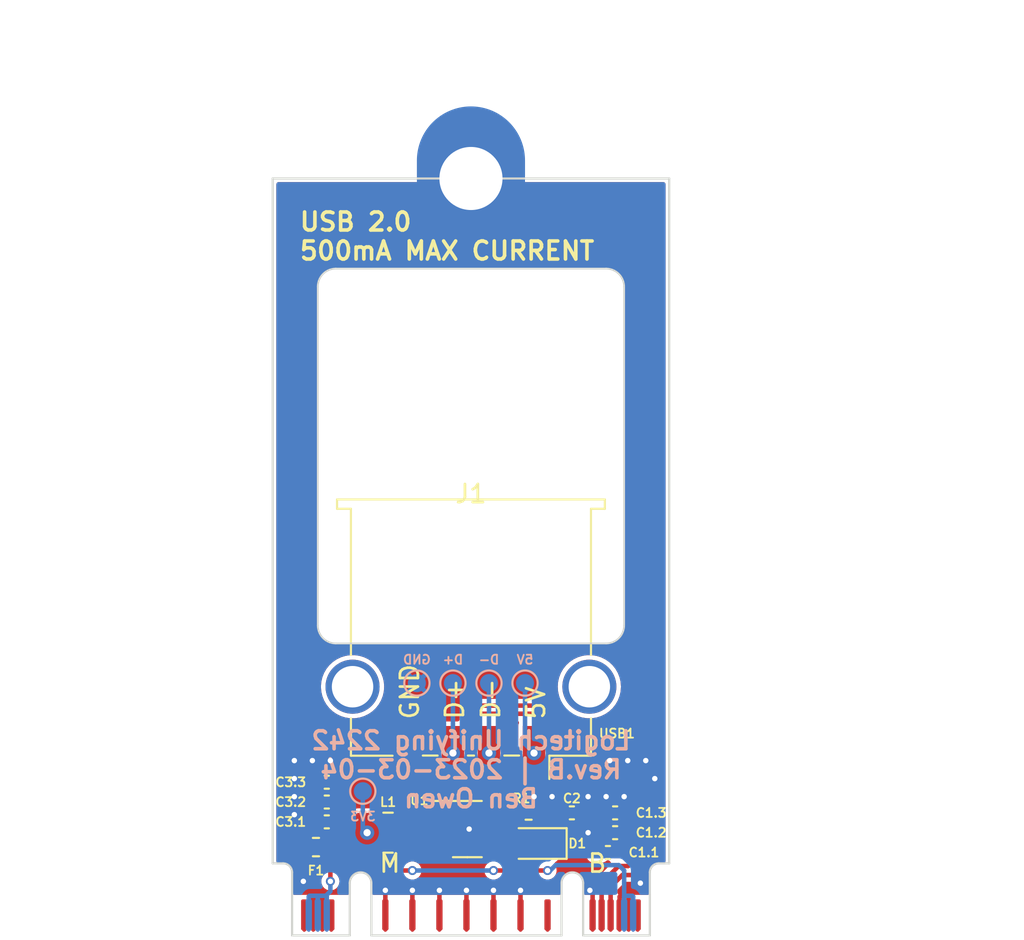
<source format=kicad_pcb>
(kicad_pcb (version 20240108) (generator "pcbnew") (generator_version "8.0")
  (title_block (title "Logitech Unifying 2242") (date "2023-03-04") (rev "B") (company "Ben's Universe") (comment 1 "Ben Owen"))
  (layers (0 "F.Cu" signal) (31 "B.Cu" signal) (34 "B.Paste" user) (35 "F.Paste" user) (36 "B.SilkS" user "B.Silkscreen") (37 "F.SilkS" user "F.Silkscreen") (38 "B.Mask" user) (39 "F.Mask" user) (44 "Edge.Cuts" user))
  (net 0 "")
  (net 1 "+5V")
  (net 2 "GND")
  (net 3 "/SNUBBER RC")
  (net 4 "+3V3")
  (net 5 "/BOOST IN")
  (net 6 "/USBD+")
  (net 7 "/USBD-")
  (net 14 "/3V3 PROT")
  (footprint "Package_TO_SOT_SMD:SOT-23-5" (layer "F.Cu") (at 138.4 115.3)
    (property "Reference" "U1" (at -2.6625 -1.6 180) (layer "F.SilkS") (effects (font (size 0.5 0.5) (thickness 0.1))))
    (property "Value" "TPS613222ADBV")
    (fp_line (start 0 -1.56) (end -1.8 -1.56) (stroke (width 0.12)) (layer "F.SilkS"))
    (fp_line (start 0 -1.56) (end 0.8 -1.56) (stroke (width 0.12)) (layer "F.SilkS"))
    (fp_line (start 0 1.56) (end -0.8 1.56) (stroke (width 0.12)) (layer "F.SilkS"))
    (fp_line (start 0 1.56) (end 0.8 1.56) (stroke (width 0.12)) (layer "F.SilkS"))
    (pad "1" smd roundrect (at -1.1375 -0.95) (size 1.325 0.6) (layers "F.Cu" "F.Paste" "F.Mask") (net 5 "/BOOST IN"))
    (pad "2" smd roundrect (at -1.1375 0) (size 1.325 0.6) (layers "F.Cu" "F.Paste" "F.Mask") (net 2 "GND"))
    (pad "3" smd roundrect (at -1.1375 0.95) (size 1.325 0.6) (layers "F.Cu" "F.Paste" "F.Mask"))
    (pad "4" smd roundrect (at 1.1375 0.95) (size 1.325 0.6) (layers "F.Cu" "F.Paste" "F.Mask") (net 1 "+5V"))
    (pad "5" smd roundrect (at 1.1375 -0.95) (size 1.325 0.6) (layers "F.Cu" "F.Paste" "F.Mask"))
  )
  (footprint "Capacitor_SMD:C_0402_1005Metric_Pad0.74x0.62mm_HandSolder" (layer "F.Cu") (at 144.2 114.4)
    (property "Reference" "C2" (at 0 -0.8 180) (layer "F.SilkS") (effects (font (size 0.5 0.5) (thickness 0.1) (bold yes))))
    (property "Value" "1000pF")
    (fp_line (start -0.115835 -0.36) (end 0.115835 -0.36) (stroke (width 0.12)) (layer "F.SilkS"))
    (fp_line (start -0.115835 0.36) (end 0.115835 0.36) (stroke (width 0.12)) (layer "F.SilkS"))
    (pad "1" smd roundrect (at -0.5675 0) (size 0.735 0.62) (layers "F.Cu" "F.Paste" "F.Mask") (net 3 "/SNUBBER RC"))
    (pad "2" smd roundrect (at 0.5675 0) (size 0.735 0.62) (layers "F.Cu" "F.Paste" "F.Mask") (net 1 "+5V"))
  )
  (footprint "Connector_USB:USB_A_TE_292303-7_Horizontal" (layer "F.Cu") (at 138.6 104.7 180)
    (property "Reference" "USB1" (at -8.1 -5.3 0) (layer "F.SilkS") (effects (font (size 0.5 0.5) (thickness 0.1) (bold yes))))
    (property "Value" "USB")
    (fp_line (start 7.43 7.69) (end 7.43 7.17) (stroke (width 0.12)) (layer "F.SilkS"))
    (fp_line (start 7.43 7.17) (end 6.66 7.17) (stroke (width 0.12)) (layer "F.SilkS"))
    (fp_line (start 6.66 -0.94) (end 6.66 7.17) (stroke (width 0.12)) (layer "F.SilkS"))
    (fp_line (start 6.66 -6.53) (end 6.66 -4.46) (stroke (width 0.12)) (layer "F.SilkS"))
    (fp_line (start 4.35 -6.53) (end 6.66 -6.53) (stroke (width 0.12)) (layer "F.SilkS"))
    (fp_line (start 1.85 -6.52) (end 2.67 -6.52) (stroke (width 0.12)) (layer "F.SilkS"))
    (fp_line (start -0.17 -6.52) (end 0.17 -6.52) (stroke (width 0.12)) (layer "F.SilkS"))
    (fp_line (start -2.67 -6.52) (end -1.85 -6.52) (stroke (width 0.12)) (layer "F.SilkS"))
    (fp_line (start -4.35 -7.82) (end -4.35 -6.53) (stroke (width 0.12)) (layer "F.SilkS"))
    (fp_line (start -6.66 7.17) (end -6.66 -0.94) (stroke (width 0.12)) (layer "F.SilkS"))
    (fp_line (start -6.66 7.17) (end -7.43 7.17) (stroke (width 0.12)) (layer "F.SilkS"))
    (fp_line (start -6.66 -6.53) (end -4.35 -6.53) (stroke (width 0.12)) (layer "F.SilkS"))
    (fp_line (start -6.66 -6.53) (end -6.66 -4.46) (stroke (width 0.12)) (layer "F.SilkS"))
    (fp_line (start -7.43 7.69) (end 7.43 7.69) (stroke (width 0.12)) (layer "F.SilkS"))
    (fp_line (start -7.43 7.17) (end -7.43 7.69) (stroke (width 0.12)) (layer "F.SilkS"))
    (pad "1" smd rect (at -3.5 -6.38 180) (size 1.25 3) (layers "F.Cu" "F.Paste" "F.Mask") (net 1 "+5V"))
    (pad "2" smd rect (at -1 -6.38 180) (size 1.25 3) (layers "F.Cu" "F.Paste" "F.Mask") (net 7 "/USBD-"))
    (pad "3" smd rect (at 1 -6.38 180) (size 1.25 3) (layers "F.Cu" "F.Paste" "F.Mask") (net 6 "/USBD+"))
    (pad "4" smd rect (at 3.5 -6.38 180) (size 1.25 3) (layers "F.Cu" "F.Paste" "F.Mask") (net 2 "GND"))
    (pad "5" thru_hole circle (at -6.57 -2.7 180) (size 3 3) (drill 2.3) (layers "*.Cu" "*.Mask"))
    (pad "5" thru_hole circle (at 6.57 -2.7 180) (size 3 3) (drill 2.3) (layers "*.Cu" "*.Mask"))
  )
  (footprint "Fuse:Fuse_0603_1608Metric_Pad1.05x0.95mm_HandSolder" (layer "F.Cu") (at 130 116.3)
    (property "Reference" "F1" (at 0 1.3 0) (layer "F.SilkS") (effects (font (size 0.5 0.5) (thickness 0.1) (bold yes))))
    (property "Value" "500mA")
    (fp_line (start -0.171267 -0.51) (end 0.171267 -0.51) (stroke (width 0.12)) (layer "F.SilkS"))
    (fp_line (start -0.171267 0.51) (end 0.171267 0.51) (stroke (width 0.12)) (layer "F.SilkS"))
    (pad "1" smd roundrect (at -0.875 0) (size 1.05 0.95) (layers "F.Cu" "F.Paste" "F.Mask") (net 4 "+3V3"))
    (pad "2" smd roundrect (at 0.875 0) (size 1.05 0.95) (layers "F.Cu" "F.Paste" "F.Mask") (net 14 "/3V3 PROT"))
  )
  (footprint "Capacitor_SMD:C_0402_1005Metric_Pad0.74x0.62mm_HandSolder" (layer "F.Cu") (at 130.6 112.7 180)
    (property "Reference" "C3.3" (at 2 0 180) (layer "F.SilkS") (effects (font (size 0.5 0.5) (thickness 0.1) (bold yes))))
    (property "Value" "22uF")
    (fp_line (start -0.115835 0.36) (end 0.115835 0.36) (stroke (width 0.12)) (layer "F.SilkS"))
    (fp_line (start -0.115835 -0.36) (end 0.115835 -0.36) (stroke (width 0.12)) (layer "F.SilkS"))
    (pad "1" smd roundrect (at -0.5675 0 180) (size 0.735 0.62) (layers "F.Cu" "F.Paste" "F.Mask") (net 14 "/3V3 PROT"))
    (pad "2" smd roundrect (at 0.5675 0 180) (size 0.735 0.62) (layers "F.Cu" "F.Paste" "F.Mask") (net 2 "GND"))
  )
  (footprint "Inductor_SMD:L_1008_2520Metric_Pad1.43x2.20mm_HandSolder" (layer "F.Cu") (at 134 115.5)
    (property "Reference" "L1" (at 0 -1.7 180) (layer "F.SilkS") (effects (font (size 0.5 0.5) (thickness 0.1))))
    (property "Value" "2.2uH")
    (fp_line (start -0.261252 -1.11) (end 0.261252 -1.11) (stroke (width 0.12)) (layer "F.SilkS"))
    (fp_line (start -0.261252 1.11) (end 0.261252 1.11) (stroke (width 0.12)) (layer "F.SilkS"))
    (pad "1" smd roundrect (at -1.1625 0) (size 1.425 2.2) (layers "F.Cu" "F.Paste" "F.Mask") (roundrect_rratio 0.1754392982) (net 14 "/3V3 PROT"))
    (pad "2" smd roundrect (at 1.1625 0) (size 1.425 2.2) (layers "F.Cu" "F.Paste" "F.Mask") (roundrect_rratio 0.1754392982) (net 5 "/BOOST IN"))
  )
  (footprint "Capacitor_SMD:C_0402_1005Metric_Pad0.74x0.62mm_HandSolder" (layer "F.Cu") (at 146.6 115.5)
    (property "Reference" "C1.2" (at 2 0 0) (layer "F.SilkS") (effects (font (size 0.5 0.5) (thickness 0.1) (bold yes))))
    (property "Value" "10uF")
    (fp_line (start -0.115835 -0.36) (end 0.115835 -0.36) (stroke (width 0.12)) (layer "F.SilkS"))
    (fp_line (start -0.115835 0.36) (end 0.115835 0.36) (stroke (width 0.12)) (layer "F.SilkS"))
    (pad "1" smd roundrect (at -0.5675 0) (size 0.735 0.62) (layers "F.Cu" "F.Paste" "F.Mask") (net 1 "+5V"))
    (pad "2" smd roundrect (at 0.5675 0) (size 0.735 0.62) (layers "F.Cu" "F.Paste" "F.Mask") (net 2 "GND"))
  )
  (footprint "Capacitor_SMD:C_0402_1005Metric_Pad0.74x0.62mm_HandSolder" (layer "F.Cu") (at 146.2 116.6)
    (property "Reference" "C1.1" (at 2 0 0) (layer "F.SilkS") (effects (font (size 0.5 0.5) (thickness 0.1) (bold yes))))
    (property "Value" "10uF")
    (fp_line (start -0.115835 -0.36) (end 0.115835 -0.36) (stroke (width 0.12)) (layer "F.SilkS"))
    (fp_line (start -0.115835 0.36) (end 0.115835 0.36) (stroke (width 0.12)) (layer "F.SilkS"))
    (pad "1" smd roundrect (at -0.5675 0) (size 0.735 0.62) (layers "F.Cu" "F.Paste" "F.Mask") (net 1 "+5V"))
    (pad "2" smd roundrect (at 0.5675 0) (size 0.735 0.62) (layers "F.Cu" "F.Paste" "F.Mask") (net 2 "GND"))
  )
  (footprint "Generic_Custom:M.2-2242-B+M-KEY_USB-ONLY" (layer "F.Cu") (at 138.6 121.2)
    (property "Reference" "J1" (at 0 -24.5 0) (layer "F.SilkS"))
    (property "Value" "Bus_M.2_Socket_B")
    (fp_line (start -11 -4) (end -11 -42) (stroke (width 0.12)) (layer "Edge.Cuts"))
    (fp_line (start -10.425 -4) (end -11 -4) (stroke (width 0.12)) (layer "Edge.Cuts"))
    (fp_line (start -9.925 -3.5) (end -9.925 0) (stroke (width 0.12)) (layer "Edge.Cuts"))
    (fp_line (start -9.925 0) (end -6.725 0) (stroke (width 0.12)) (layer "Edge.Cuts"))
    (fp_line (start -6.725 0) (end -6.725 -2.9) (stroke (width 0.12)) (layer "Edge.Cuts"))
    (fp_line (start -5.525 -2.9) (end -5.525 0) (stroke (width 0.12)) (layer "Edge.Cuts"))
    (fp_line (start -5.525 0) (end 5.025 0) (stroke (width 0.12)) (layer "Edge.Cuts"))
    (fp_line (start 5.025 0) (end 5.025 -2.9) (stroke (width 0.12)) (layer "Edge.Cuts"))
    (fp_line (start 6.225 -2.9) (end 6.225 0) (stroke (width 0.12)) (layer "Edge.Cuts"))
    (fp_line (start 6.225 0) (end 9.925 0) (stroke (width 0.12)) (layer "Edge.Cuts"))
    (fp_line (start 9.925 0) (end 9.925 -3.5) (stroke (width 0.12)) (layer "Edge.Cuts"))
    (fp_line (start 10.425 -4) (end 11 -4) (stroke (width 0.12)) (layer "Edge.Cuts"))
    (fp_line (start 11 -42) (end -11 -42) (stroke (width 0.12)) (layer "Edge.Cuts"))
    (fp_line (start 11 -4) (end 11 -42) (stroke (width 0.12)) (layer "Edge.Cuts"))
    (fp_arc (start -10.425 -4) (mid -10.071447 -3.853553) (end -9.925 -3.5) (stroke (width 0.12)) (layer "Edge.Cuts"))
    (fp_arc (start -6.725 -2.9) (mid -6.125 -3.5) (end -5.525 -2.9) (stroke (width 0.12)) (layer "Edge.Cuts"))
    (fp_arc (start 5.025 -2.9) (mid 5.625 -3.5) (end 6.225 -2.9) (stroke (width 0.12)) (layer "Edge.Cuts"))
    (fp_arc (start 9.925 -3.5) (mid 10.071447 -3.853553) (end 10.425 -4) (stroke (width 0.12)) (layer "Edge.Cuts"))
    (fp_text user "M" (at -4.5 -4 0) (layer "F.SilkS"))
    (fp_text user "B" (at 7 -4 0) (layer "F.SilkS"))
    (pad "1" smd roundrect (at 9.25 -1.1) (size 0.35 1.8) (layers "F.Cu" "F.Paste" "F.Mask") (chamfer_ratio 0.4) (chamfer bottom_left bottom_right) (clearance 0.075))
    (pad "2" smd roundrect (at 9 -1.1) (size 0.35 1.8) (layers "B.Cu" "B.Paste" "B.Mask") (chamfer_ratio 0.4) (chamfer bottom_left bottom_right) (net 4 "+3V3") (clearance 0.075))
    (pad "3" thru_hole circle (at 0 -42) (size 5.5 5.5) (drill 3.5) (layers "*.Cu" "*.Mask") (net 2 "GND"))
    (pad "3" connect oval (at 0 -42) (size 6 8) (layers "B.Cu" "B.Mask") (net 2 "GND"))
    (pad "3" smd roundrect (at 8.75 -1.1) (size 0.35 1.8) (layers "F.Cu" "F.Paste" "F.Mask") (chamfer_ratio 0.4) (chamfer bottom_left bottom_right) (net 2 "GND") (clearance 0.075))
    (pad "4" smd roundrect (at 8.5 -1.1) (size 0.35 1.8) (layers "B.Cu" "B.Paste" "B.Mask") (chamfer_ratio 0.4) (chamfer bottom_left bottom_right) (net 4 "+3V3") (clearance 0.075))
    (pad "5" smd roundrect (at 8.25 -1.1) (size 0.35 1.8) (layers "F.Cu" "F.Paste" "F.Mask") (chamfer_ratio 0.4) (chamfer bottom_left bottom_right) (net 2 "GND") (clearance 0.075))
    (pad "7" smd roundrect (at 7.75 -1.1) (size 0.35 1.8) (layers "F.Cu" "F.Paste" "F.Mask") (chamfer_ratio 0.4) (chamfer bottom_left bottom_right) (net 6 "/USBD+") (clearance 0.075))
    (pad "9" smd roundrect (at 7.25 -1.1) (size 0.35 1.8) (layers "F.Cu" "F.Paste" "F.Mask") (chamfer_ratio 0.4) (chamfer bottom_left bottom_right) (net 7 "/USBD-") (clearance 0.075))
    (pad "11" smd roundrect (at 6.75 -1.1) (size 0.35 1.8) (layers "F.Cu" "F.Paste" "F.Mask") (chamfer_ratio 0.4) (chamfer bottom_left bottom_right) (net 2 "GND") (clearance 0.075))
    (pad "21" smd roundrect (at 4.25 -1.1) (size 0.35 1.8) (layers "F.Cu" "F.Paste" "F.Mask") (chamfer_ratio 0.4) (chamfer bottom_left bottom_right) (clearance 0.075))
    (pad "27" smd roundrect (at 2.75 -1.1) (size 0.35 1.8) (layers "F.Cu" "F.Paste" "F.Mask") (chamfer_ratio 0.4) (chamfer bottom_left bottom_right) (net 2 "GND") (clearance 0.075))
    (pad "33" smd roundrect (at 1.25 -1.1) (size 0.35 1.8) (layers "F.Cu" "F.Paste" "F.Mask") (chamfer_ratio 0.4) (chamfer bottom_left bottom_right) (net 2 "GND") (clearance 0.075))
    (pad "39" smd roundrect (at -0.25 -1.1) (size 0.35 1.8) (layers "F.Cu" "F.Paste" "F.Mask") (chamfer_ratio 0.4) (chamfer bottom_left bottom_right) (net 2 "GND") (clearance 0.075))
    (pad "45" smd roundrect (at -1.75 -1.1) (size 0.35 1.8) (layers "F.Cu" "F.Paste" "F.Mask") (chamfer_ratio 0.4) (chamfer bottom_left bottom_right) (net 2 "GND") (clearance 0.075))
    (pad "51" smd roundrect (at -3.25 -1.1) (size 0.35 1.8) (layers "F.Cu" "F.Paste" "F.Mask") (chamfer_ratio 0.4) (chamfer bottom_left bottom_right) (net 2 "GND") (clearance 0.075))
    (pad "57" smd roundrect (at -4.75 -1.1) (size 0.35 1.8) (layers "F.Cu" "F.Paste" "F.Mask") (chamfer_ratio 0.4) (chamfer bottom_left bottom_right) (net 2 "GND") (clearance 0.075))
    (pad "69" smd roundrect (at -7.75 -1.1) (size 0.35 1.8) (layers "F.Cu" "F.Paste" "F.Mask") (chamfer_ratio 0.4) (chamfer bottom_left bottom_right) (clearance 0.075))
    (pad "70" smd roundrect (at -8 -1.1) (size 0.35 1.8) (layers "B.Cu" "B.Paste" "B.Mask") (chamfer_ratio 0.4) (chamfer bottom_left bottom_right) (net 4 "+3V3") (clearance 0.075))
    (pad "71" smd roundrect (at -8.25 -1.1) (size 0.35 1.8) (layers "F.Cu" "F.Paste" "F.Mask") (chamfer_ratio 0.4) (chamfer bottom_left bottom_right) (net 2 "GND") (clearance 0.075))
    (pad "72" smd roundrect (at -8.5 -1.1) (size 0.35 1.8) (layers "B.Cu" "B.Paste" "B.Mask") (chamfer_ratio 0.4) (chamfer bottom_left bottom_right) (net 4 "+3V3") (clearance 0.075))
    (pad "73" smd roundrect (at -8.75 -1.1) (size 0.35 1.8) (layers "F.Cu" "F.Paste" "F.Mask") (chamfer_ratio 0.4) (chamfer bottom_left bottom_right) (net 2 "GND") (clearance 0.075))
    (pad "74" smd roundrect (at -9 -1.1) (size 0.35 1.8) (layers "B.Cu" "B.Paste" "B.Mask") (chamfer_ratio 0.4) (chamfer bottom_left bottom_right) (net 4 "+3V3") (clearance 0.075))
    (pad "75" smd roundrect (at -9.25 -1.1) (size 0.35 1.8) (layers "F.Cu" "F.Paste" "F.Mask") (chamfer_ratio 0.4) (chamfer bottom_left bottom_right) (clearance 0.075))
    (zone (net 0) (net_name "") (layers "F&B.Cu") (connect_pads (clearance 0)) (min_thickness 0.25)
      (keepout (tracks allowed) (vias allowed) (pads allowed) (copperpour not_allowed) (footprints allowed))
      (fill (thermal_gap 0.5) (thermal_bridge_width 0.5))
      (polygon (pts (xy 128.6 118.95) (xy 148.6 118.95) (xy 148.6 121.2) (xy 128.6 121.2)))
    )
  )
  (footprint "Capacitor_SMD:C_0402_1005Metric_Pad0.74x0.62mm_HandSolder" (layer "F.Cu") (at 130.6 114.9 180)
    (property "Reference" "C3.1" (at 2 0 180) (layer "F.SilkS") (effects (font (size 0.5 0.5) (thickness 0.1) (bold yes))))
    (property "Value" "100nF")
    (fp_line (start -0.115835 0.36) (end 0.115835 0.36) (stroke (width 0.12)) (layer "F.SilkS"))
    (fp_line (start -0.115835 -0.36) (end 0.115835 -0.36) (stroke (width 0.12)) (layer "F.SilkS"))
    (pad "1" smd roundrect (at -0.5675 0 180) (size 0.735 0.62) (layers "F.Cu" "F.Paste" "F.Mask") (net 14 "/3V3 PROT"))
    (pad "2" smd roundrect (at 0.5675 0 180) (size 0.735 0.62) (layers "F.Cu" "F.Paste" "F.Mask") (net 2 "GND"))
  )
  (footprint "Capacitor_SMD:C_0402_1005Metric_Pad0.74x0.62mm_HandSolder" (layer "F.Cu") (at 130.6 113.8 180)
    (property "Reference" "C3.2" (at 2 0 180) (layer "F.SilkS") (effects (font (size 0.5 0.5) (thickness 0.1) (bold yes))))
    (property "Value" "10uF")
    (fp_line (start -0.115835 0.36) (end 0.115835 0.36) (stroke (width 0.12)) (layer "F.SilkS"))
    (fp_line (start -0.115835 -0.36) (end 0.115835 -0.36) (stroke (width 0.12)) (layer "F.SilkS"))
    (pad "1" smd roundrect (at -0.5675 0 180) (size 0.735 0.62) (layers "F.Cu" "F.Paste" "F.Mask") (net 14 "/3V3 PROT"))
    (pad "2" smd roundrect (at 0.5675 0 180) (size 0.735 0.62) (layers "F.Cu" "F.Paste" "F.Mask") (net 2 "GND"))
  )
  (footprint "Diode_SMD:D_SOD-323" (layer "F.Cu") (at 142.3 116.1 180)
    (property "Reference" "D1" (at -2.2 0 0) (layer "F.SilkS") (effects (font (size 0.5 0.5) (thickness 0.1) (bold yes))))
    (property "Value" "D_Schottky")
    (fp_line (start -1.61 0.85) (end 1.05 0.85) (stroke (width 0.12)) (layer "F.SilkS"))
    (fp_line (start -1.61 -0.85) (end 1.05 -0.85) (stroke (width 0.12)) (layer "F.SilkS"))
    (fp_line (start -1.61 -0.85) (end -1.61 0.85) (stroke (width 0.12)) (layer "F.SilkS"))
    (pad "1" smd roundrect (at -1.05 0 180) (size 0.6 0.45) (layers "F.Cu" "F.Paste" "F.Mask") (net 1 "+5V"))
    (pad "2" smd roundrect (at 1.05 0 180) (size 0.6 0.45) (layers "F.Cu" "F.Paste" "F.Mask") (net 5 "/BOOST IN"))
  )
  (footprint "Resistor_SMD:R_0402_1005Metric_Pad0.72x0.64mm_HandSolder" (layer "F.Cu") (at 141.8 114.4)
    (property "Reference" "R1" (at -0.4 -0.8 180) (layer "F.SilkS") (effects (font (size 0.5 0.5) (thickness 0.1) (bold yes))))
    (property "Value" "5")
    (fp_line (start -0.167621 -0.38) (end 0.167621 -0.38) (stroke (width 0.12)) (layer "F.SilkS"))
    (fp_line (start -0.167621 0.38) (end 0.167621 0.38) (stroke (width 0.12)) (layer "F.SilkS"))
    (pad "1" smd roundrect (at -0.5975 0) (size 0.715 0.64) (layers "F.Cu" "F.Paste" "F.Mask") (net 5 "/BOOST IN"))
    (pad "2" smd roundrect (at 0.5975 0) (size 0.715 0.64) (layers "F.Cu" "F.Paste" "F.Mask") (net 3 "/SNUBBER RC"))
  )
  (footprint "Capacitor_SMD:C_0402_1005Metric_Pad0.74x0.62mm_HandSolder" (layer "F.Cu") (at 146.6 114.4)
    (property "Reference" "C1.3" (at 2 0 0) (layer "F.SilkS") (effects (font (size 0.5 0.5) (thickness 0.1) (bold yes))))
    (property "Value" "10uF")
    (fp_line (start -0.115835 -0.36) (end 0.115835 -0.36) (stroke (width 0.12)) (layer "F.SilkS"))
    (fp_line (start -0.115835 0.36) (end 0.115835 0.36) (stroke (width 0.12)) (layer "F.SilkS"))
    (pad "1" smd roundrect (at -0.5675 0) (size 0.735 0.62) (layers "F.Cu" "F.Paste" "F.Mask") (net 1 "+5V"))
    (pad "2" smd roundrect (at 0.5675 0) (size 0.735 0.62) (layers "F.Cu" "F.Paste" "F.Mask") (net 2 "GND"))
  )
  (footprint "TestPoint:TestPoint_Pad_D1.0mm" (layer "B.Cu") (at 132.6 113.2 180)
    (property "Reference" "TP2" (hide yes))
    (property "Value" "3V3")
    (fp_circle (center 0 0) (end 0 -0.7) (stroke (width 0.12)) (fill none) (layer "B.SilkS"))
    (fp_text user "3V3" (at 0 -1.4 0) (layer "B.SilkS") (effects (font (size 0.5 0.5) (thickness 0.1)) (justify mirror)))
    (pad "1" smd circle (at 0 0 180) (size 1 1) (layers "B.Cu" "B.Mask") (net 14 "/3V3 PROT"))
  )
  (footprint "TestPoint:TestPoint_Pad_D1.0mm" (layer "B.Cu") (at 137.6 107.2 180)
    (property "Reference" "TP4" (hide yes))
    (property "Value" "D+")
    (fp_circle (center 0 0) (end 0 -0.7) (stroke (width 0.12)) (fill none) (layer "B.SilkS"))
    (fp_text user "D+" (at 0 1.3 0) (layer "B.SilkS") (effects (font (size 0.5 0.5) (thickness 0.1)) (justify mirror)))
    (pad "1" smd circle (at 0 0 180) (size 1 1) (layers "B.Cu" "B.Mask") (net 6 "/USBD+"))
  )
  (footprint "TestPoint:TestPoint_Pad_D1.0mm" (layer "B.Cu") (at 139.6 107.2 180)
    (property "Reference" "TP5" (hide yes))
    (property "Value" "D-")
    (fp_circle (center 0 0) (end 0 -0.7) (stroke (width 0.12)) (fill none) (layer "B.SilkS"))
    (fp_text user "D-" (at 0 1.3 0) (layer "B.SilkS") (effects (font (size 0.5 0.5) (thickness 0.1)) (justify mirror)))
    (pad "1" smd circle (at 0 0 180) (size 1 1) (layers "B.Cu" "B.Mask") (net 7 "/USBD-"))
  )
  (footprint "TestPoint:TestPoint_Pad_D1.0mm" (layer "B.Cu") (at 135.6 107.2 180)
    (property "Reference" "TP1" (hide yes))
    (property "Value" "GND")
    (fp_circle (center 0 0) (end 0 -0.7) (stroke (width 0.12)) (fill none) (layer "B.SilkS"))
    (fp_text user "GND" (at 0 1.3 0) (layer "B.SilkS") (effects (font (size 0.5 0.5) (thickness 0.1)) (justify mirror)))
    (pad "1" smd circle (at 0 0 180) (size 1 1) (layers "B.Cu" "B.Mask") (net 2 "GND"))
  )
  (footprint "TestPoint:TestPoint_Pad_D1.0mm" (layer "B.Cu") (at 141.6 107.2 180)
    (property "Reference" "TP3" (hide yes))
    (property "Value" "5V")
    (fp_circle (center 0 0) (end 0 -0.7) (stroke (width 0.12)) (fill none) (layer "B.SilkS"))
    (fp_text user "5V" (at 0 1.3 0) (layer "B.SilkS") (effects (font (size 0.5 0.5) (thickness 0.1)) (justify mirror)))
    (pad "1" smd circle (at 0 0 180) (size 1 1) (layers "B.Cu" "B.Mask") (net 1 "+5V"))
  )
  (gr_line (start 130.1 104) (end 130.1 85.2) (stroke (width 0.1)) (layer "Edge.Cuts"))
  (gr_arc (start 147.1 104) (mid 146.807107 104.707107) (end 146.1 105) (stroke (width 0.1)) (layer "Edge.Cuts"))
  (gr_line (start 146.1 105) (end 131.1 105) (stroke (width 0.1)) (layer "Edge.Cuts"))
  (gr_line (start 131.1 84.2) (end 146.1 84.2) (stroke (width 0.1)) (layer "Edge.Cuts"))
  (gr_arc (start 130.1 85.2) (mid 130.392893 84.492893) (end 131.1 84.2) (stroke (width 0.1)) (layer "Edge.Cuts"))
  (gr_arc (start 131.1 105) (mid 130.392893 104.707107) (end 130.1 104) (stroke (width 0.1)) (layer "Edge.Cuts"))
  (gr_arc (start 146.1 84.2) (mid 146.807107 84.492893) (end 147.1 85.2) (stroke (width 0.1)) (layer "Edge.Cuts"))
  (gr_line (start 147.1 85.2) (end 147.1 104) (stroke (width 0.1)) (layer "Edge.Cuts"))
  (gr_text "${TITLE}\nRev.${REVISION} | ${ISSUE_DATE}\n${COMMENT1}" (at 138.6 112 0) (layer "B.SilkS") (effects (font (size 1 1) (thickness 0.2)) (justify mirror)))
  (gr_text "D-" (at 139.7 109.3 90) (layer "F.SilkS") (effects (font (size 1 1)) (justify left)))
  (gr_text "D+" (at 137.7 109.3 90) (layer "F.SilkS") (effects (font (size 1 1)) (justify left)))
  (gr_text "GND" (at 135.2 109.3 90) (layer "F.SilkS") (effects (font (size 1 1)) (justify left)))
  (gr_text "5V" (at 142.2 109.3 90) (layer "F.SilkS") (effects (font (size 1 1)) (justify left)))
  (gr_text "USB 2.0\n500mA MAX CURRENT" (at 129 83.8 0) (layer "F.SilkS") (effects (font (size 1 1) (thickness 0.2) (bold yes)) (justify left bottom)))
  (segment (start 139.9 116.8) (end 139.5375 116.4375) (width 0.25) (layer "F.Cu") (net 1))
  (segment (start 143.35 115.8175) (end 144.7675 114.4) (width 0.25) (layer "F.Cu") (net 1))
  (segment (start 143.35 116.1) (end 143.35 115.8175) (width 0.25) (layer "F.Cu") (net 1))
  (segment (start 143.35 116.55) (end 143.1 116.8) (width 0.25) (layer "F.Cu") (net 1))
  (segment (start 144.7675 114.354327) (end 142.1 111.686827) (width 0.25) (layer "F.Cu") (net 1))
  (segment (start 146.0325 114.4) (end 144.7675 114.4) (width 0.25) (layer "F.Cu") (net 1))
  (segment (start 146.0325 114.4) (end 146.0325 115.5) (width 0.25) (layer "F.Cu") (net 1))
  (segment (start 146.0325 116.2) (end 145.6325 116.6) (width 0.25) (layer "F.Cu") (net 1))
  (segment (start 143.1 116.8) (end 139.9 116.8) (width 0.25) (layer "F.Cu") (net 1))
  (segment (start 143.35 116.1) (end 143.35 116.55) (width 0.25) (layer "F.Cu") (net 1))
  (segment (start 146.0325 115.5) (end 146.0325 116.2) (width 0.25) (layer "F.Cu") (net 1))
  (segment (start 144.7675 114.4) (end 144.7675 114.354327) (width 0.25) (layer "F.Cu") (net 1))
  (segment (start 142.1 111.686827) (end 142.1 111.08) (width 0.25) (layer "F.Cu") (net 1))
  (segment (start 139.5375 116.4375) (end 139.5375 116.25) (width 0.25) (layer "F.Cu") (net 1))
  (via (at 142.1 111.08) (size 0.8) (drill 0.4) (layers "F.Cu" "B.Cu") (net 1))
  (segment (start 141.6 110.58) (end 142.1 111.08) (width 0.25) (layer "B.Cu") (net 1))
  (segment (start 141.6 107.2) (end 141.6 110.58) (width 0.25) (layer "B.Cu") (net 1))
  (segment (start 130.0325 111.7325) (end 129.8 111.5) (width 0.25) (layer "F.Cu") (net 2))
  (segment (start 129.3 118.4) (end 129.3 118.2) (width 0.25) (layer "F.Cu") (net 2))
  (segment (start 146.9 119) (end 146.85 119.05) (width 0.25) (layer "F.Cu") (net 2))
  (segment (start 147.35 120.1) (end 147.35 119.05) (width 0.25) (layer "F.Cu") (net 2))
  (segment (start 147.1675 114.4) (end 147.1675 113.5675) (width 0.25) (layer "F.Cu") (net 2))
  (segment (start 145.35 118.85) (end 145.2 118.7) (width 0.25) (layer "F.Cu") (net 2))
  (segment (start 147.3 119) (end 146.9 119) (width 0.25) (layer "F.Cu") (net 2))
  (segment (start 147.1675 115.5) (end 147.1675 116.2) (width 0.25) (layer "F.Cu") (net 2))
  (segment (start 147.35 119.05) (end 147.3 119) (width 0.25) (layer "F.Cu") (net 2))
  (segment (start 138.35 118.7) (end 138.35 120.1) (width 0.25) (layer "F.Cu") (net 2))
  (segment (start 137.2625 115.3) (end 138.5 115.3) (width 0.25) (layer "F.Cu") (net 2))
  (segment (start 129.9 119) (end 129.85 119.05) (width 0.25) (layer "F.Cu") (net 2))
  (segment (start 141.35 118.7) (end 141.35 120.1) (width 0.25) (layer "F.Cu") (net 2))
  (segment (start 147.1675 114.4) (end 147.1675 115.5) (width 0.25) (layer "F.Cu") (net 2))
  (segment (start 147.3 119) (end 148 118.3) (width 0.25) (layer "F.Cu") (net 2))
  (segment (start 129.9 119) (end 129.3 118.4) (width 0.25) (layer "F.Cu") (net 2))
  (segment (start 147.1675 113.5675) (end 147.1 113.5) (width 0.25) (layer "F.Cu") (net 2))
  (segment (start 129.85 119.05) (end 129.85 120.1) (width 0.25) (layer "F.Cu") (net 2))
  (segment (start 136.85 118.7) (end 136.85 120.1) (width 0.25) (layer "F.Cu") (net 2))
  (segment (start 130.0325 112.7) (end 130.0325 113.8) (width 0.25) (layer "F.Cu") (net 2))
  (segment (start 145.35 120.1) (end 145.35 118.85) (width 0.25) (layer "F.Cu") (net 2))
  (segment (start 133.85 120.1) (end 133.85 118.7) (width 0.25) (layer "F.Cu") (net 2))
  (segment (start 130.0325 112.7) (end 130.0325 111.7325) (width 0.25) (layer "F.Cu") (net 2))
  (segment (start 146.85 119.05) (end 146.85 120.1) (width 0.25) (layer "F.Cu") (net 2))
  (segment (start 130.35 120.1) (end 130.35 119.05) (width 0.25) (layer "F.Cu") (net 2))
  (segment (start 130.0325 113.8) (end 130.0325 114.9) (width 0.25) (layer "F.Cu") (net 2))
  (segment (start 130.35 119.05) (end 130.3 119) (width 0.25) (layer "F.Cu") (net 2))
  (segment (start 135.35 118.7) (end 135.35 120.1) (width 0.25) (layer "F.Cu") (net 2))
  (segment (start 130.3 119) (end 129.9 119) (width 0.25) (layer "F.Cu") (net 2))
  (segment (start 139.85 118.7) (end 139.85 120.1) (width 0.25) (layer "F.Cu") (net 2))
  (segment (start 147.1675 116.2) (end 146.7675 116.6) (width 0.25) (layer "F.Cu") (net 2))
  (via (at 148 118.3) (size 0.5) (drill 0.3) (layers "F.Cu" "B.Cu") (net 2))
  (via (at 147.1 113.5) (size 0.5) (drill 0.3) (layers "F.Cu" "B.Cu") (net 2))
  (via (at 130.8 111.5) (size 0.5) (drill 0.3) (layers "F.Cu" "B.Cu") (net 2))
  (via (at 143.1 113.5) (size 0.5) (drill 0.3) (layers "F.Cu" "B.Cu") (net 2))
  (via (at 128.8 111.5) (size 0.5) (drill 0.3) (layers "F.Cu" "B.Cu") (net 2))
  (via (at 141.35 118.7) (size 0.5) (drill 0.3) (layers "F.Cu" "B.Cu") (net 2))
  (via (at 147.3 111.5) (size 0.5) (drill 0.3) (layers "F.Cu" "B.Cu") (net 2))
  (via (at 139.85 118.7) (size 0.5) (drill 0.3) (layers "F.Cu" "B.Cu") (net 2))
  (via (at 148.3 111.5) (size 0.5) (drill 0.3) (layers "F.Cu" "B.Cu") (net 2))
  (via (at 128.8 112.5) (size 0.5) (drill 0.3) (layers "F.Cu" "B.Cu") (net 2))
  (via (at 128.8 114.5) (size 0.5) (drill 0.3) (layers "F.Cu" "B.Cu") (net 2))
  (via (at 148.8 112.5) (size 0.5) (drill 0.3) (layers "F.Cu" "B.Cu") (net 2))
  (via (at 129.3 118.2) (size 0.5) (drill 0.3) (layers "F.Cu" "B.Cu") (net 2))
  (via (at 138.5 115.3) (size 0.5) (drill 0.3) (layers "F.Cu" "B.Cu") (net 2))
  (via (at 128.8 113.5) (size 0.5) (drill 0.3) (layers "F.Cu" "B.Cu") (net 2))
  (via (at 136.85 118.7) (size 0.5) (drill 0.3) (layers "F.Cu" "B.Cu") (net 2))
  (via (at 129.8 111.5) (size 0.5) (drill 0.3) (layers "F.Cu" "B.Cu") (net 2))
  (via (at 145.2 118.7) (size 0.5) (drill 0.3) (layers "F.Cu" "B.Cu") (net 2))
  (via (at 146.3 111.5) (size 0.5) (drill 0.3) (layers "F.Cu" "B.Cu") (net 2))
  (via (at 135.35 118.7) (size 0.5) (drill 0.3) (layers "F.Cu" "B.Cu") (net 2))
  (via (at 145.1 113.5) (size 0.5) (drill 0.3) (layers "F.Cu" "B.Cu") (net 2))
  (via (at 145.1 115.5) (size 0.5) (drill 0.3) (layers "F.Cu" "B.Cu") (net 2))
  (via (at 133.85 118.7) (size 0.5) (drill 0.3) (layers "F.Cu" "B.Cu") (net 2))
  (via (at 138.35 118.7) (size 0.5) (drill 0.3) (layers "F.Cu" "B.Cu") (net 2))
  (via (at 142.1 113.5) (size 0.5) (drill 0.3) (layers "F.Cu" "B.Cu") (net 2))
  (via (at 146.1 113.5) (size 0.5) (drill 0.3) (layers "F.Cu" "B.Cu") (net 2))
  (segment (start 142.3975 114.4) (end 143.6325 114.4) (width 0.25) (layer "F.Cu") (net 3))
  (segment (start 131 117.3) (end 130.6 117.3) (width 0.25) (layer "F.Cu") (net 4))
  (segment (start 139.85 117.6) (end 142.85 117.6) (width 0.25) (layer "F.Cu") (net 4))
  (segment (start 129.5 117.3) (end 129.125 116.925) (width 0.25) (layer "F.Cu") (net 4))
  (segment (start 130.8 117.5) (end 131 117.3) (width 0.25) (layer "F.Cu") (net 4))
  (segment (start 133.2 117.3) (end 131 117.3) (width 0.25) (layer "F.Cu") (net 4))
  (segment (start 135.35 117.6) (end 133.5 117.6) (width 0.25) (layer "F.Cu") (net 4))
  (segment (start 130.6 117.3) (end 129.5 117.3) (width 0.25) (layer "F.Cu") (net 4))
  (segment (start 129.125 116.925) (end 129.125 116.3) (width 0.25) (layer "F.Cu") (net 4))
  (segment (start 130.8 118.2) (end 130.8 117.5) (width 0.25) (layer "F.Cu") (net 4))
  (segment (start 133.5 117.6) (end 133.2 117.3) (width 0.25) (layer "F.Cu") (net 4))
  (segment (start 130.8 117.5) (end 130.6 117.3) (width 0.25) (layer "F.Cu") (net 4))
  (via (at 139.85 117.6) (size 0.5) (drill 0.3) (layers "F.Cu" "B.Cu") (net 4))
  (via (at 135.35 117.6) (size 0.5) (drill 0.3) (layers "F.Cu" "B.Cu") (net 4))
  (via (at 142.85 117.6) (size 0.5) (drill 0.3) (layers "F.Cu" "B.Cu") (net 4))
  (via (at 130.8 118.2) (size 0.5) (drill 0.3) (layers "F.Cu" "B.Cu") (net 4))
  (segment (start 130.1 119.05) (end 130.1 120.1) (width 0.25) (layer "B.Cu") (net 4))
  (segment (start 130.55 119) (end 130.6 119.05) (width 0.25) (layer "B.Cu") (net 4))
  (segment (start 129.6 120.1) (end 129.6 119.05) (width 0.25) (layer "B.Cu") (net 4))
  (segment (start 147.1 117.6) (end 146.8 117.3) (width 0.25) (layer "B.Cu") (net 4))
  (segment (start 147.55 119) (end 147.6 119.05) (width 0.25) (layer "B.Cu") (net 4))
  (segment (start 147.6 119.05) (end 147.6 120.1) (width 0.25) (layer "B.Cu") (net 4))
  (segment (start 147.15 119) (end 147.55 119) (width 0.25) (layer "B.Cu") (net 4))
  (segment (start 143.3 117.3) (end 143 117.6) (width 0.25) (layer "B.Cu") (net 4))
  (segment (start 129.65 119) (end 129.8 119) (width 0.25) (layer "B.Cu") (net 4))
  (segment (start 129.8 119) (end 130.05 119) (width 0.25) (layer "B.Cu") (net 4))
  (segment (start 130.8 118.75) (end 130.55 119) (width 0.25) (layer "B.Cu") (net 4))
  (segment (start 135.35 117.6) (end 139.85 117.6) (width 0.25) (layer "B.Cu") (net 4))
  (segment (start 147.1 120.1) (end 147.1 119.05) (width 0.25) (layer "B.Cu") (net 4))
  (segment (start 147.1 119.05) (end 147.1 117.6) (width 0.25) (layer "B.Cu") (net 4))
  (segment (start 130.6 119.05) (end 130.6 120.1) (width 0.25) (layer "B.Cu") (net 4))
  (segment (start 130.8 118.75) (end 130.8 118.2) (width 0.25) (layer "B.Cu") (net 4))
  (segment (start 130.05 119) (end 130.1 119.05) (width 0.25) (layer "B.Cu") (net 4))
  (segment (start 129.8 119) (end 130 119) (width 0.25) (layer "B.Cu") (net 4))
  (segment (start 130.55 119) (end 130.2 119) (width 0.25) (layer "B.Cu") (net 4))
  (segment (start 147.1 119.05) (end 147.15 119) (width 0.25) (layer "B.Cu") (net 4))
  (segment (start 142.85 117.6) (end 143 117.6) (width 0.25) (layer "B.Cu") (net 4))
  (segment (start 130.15 119) (end 130.55 119) (width 0.25) (layer "B.Cu") (net 4))
  (segment (start 146.8 117.3) (end 143.3 117.3) (width 0.25) (layer "B.Cu") (net 4))
  (segment (start 129.6 119.05) (end 129.65 119) (width 0.25) (layer "B.Cu") (net 4))
  (segment (start 141.2025 114.4) (end 141.2025 116.0525) (width 0.25) (layer "F.Cu") (net 5))
  (segment (start 141.2025 116.0525) (end 141.25 116.1) (width 0.25) (layer "F.Cu") (net 5))
  (segment (start 135.1625 115.5) (end 136.3125 114.35) (width 0.25) (layer "F.Cu") (net 5))
  (segment (start 140.4025 113.6) (end 141.2025 114.4) (width 0.25) (layer "F.Cu") (net 5))
  (segment (start 138.0125 113.6) (end 140.4025 113.6) (width 0.25) (layer "F.Cu") (net 5))
  (segment (start 136.3125 114.35) (end 137.2625 114.35) (width 0.25) (layer "F.Cu") (net 5))
  (segment (start 137.2625 114.35) (end 138.0125 113.6) (width 0.25) (layer "F.Cu") (net 5))
  (segment (start 148.55 113.237485) (end 148.55 116.830208) (width 0.25) (layer "F.Cu") (net 6))
  (segment (start 146.35 118.503554) (end 146.35 120.1) (width 0.25) (layer "F.Cu") (net 6))
  (segment (start 144.15 111.696446) (end 144.803554 112.35) (width 0.25) (layer "F.Cu") (net 6))
  (segment (start 137.6 110.205) (end 138.35 109.455) (width 0.25) (layer "F.Cu") (net 6))
  (segment (start 144.15 109.377446) (end 144.15 111.696446) (width 0.25) (layer "F.Cu") (net 6))
  (segment (start 144.803554 112.35) (end 147.662515 112.35) (width 0.25) (layer "F.Cu") (net 6))
  (segment (start 147.530208 117.85) (end 147.003554 117.85) (width 0.25) (layer "F.Cu") (net 6))
  (segment (start 137.5 110.205) (end 137.5 111.08) (width 0.25) (layer "F.Cu") (net 6))
  (segment (start 148.55 116.830208) (end 147.530208 117.85) (width 0.25) (layer "F.Cu") (net 6))
  (segment (start 143.222554 108.45) (end 144.15 109.377446) (width 0.25) (layer "F.Cu") (net 6))
  (segment (start 137.6 111.08) (end 137.6 110.205) (width 0.25) (layer "F.Cu") (net 6))
  (segment (start 147.003554 117.85) (end 146.35 118.503554) (width 0.25) (layer "F.Cu") (net 6))
  (segment (start 138.35 109.455) (end 138.35 108.998297) (width 0.25) (layer "F.Cu") (net 6))
  (segment (start 138.898297 108.45) (end 143.222554 108.45) (width 0.25) (layer "F.Cu") (net 6))
  (segment (start 147.662515 112.35) (end 148.55 113.237485) (width 0.25) (layer "F.Cu") (net 6))
  (segment (start 138.35 108.998297) (end 138.898297 108.45) (width 0.25) (layer "F.Cu") (net 6))
  (via (at 137.6 111.08) (size 0.8) (drill 0.4) (layers "F.Cu" "B.Cu") (net 6))
  (segment (start 137.6 107.2) (end 137.6 111.08) (width 0.25) (layer "B.Cu") (net 6))
  (segment (start 143.65 109.584554) (end 143.65 111.903554) (width 0.25) (layer "F.Cu") (net 7))
  (segment (start 144.596446 112.85) (end 147.455407 112.85) (width 0.25) (layer "F.Cu") (net 7))
  (segment (start 143.65 111.903554) (end 144.596446 112.85) (width 0.25) (layer "F.Cu") (net 7))
  (segment (start 142.965446 108.9) (end 143.65 109.584554) (width 0.25) (layer "F.Cu") (net 7))
  (segment (start 142.965446 108.9) (end 139.084693 108.9) (width 0.25) (layer "F.Cu") (net 7))
  (segment (start 147.3231 117.35) (end 146.796446 117.35) (width 0.25) (layer "F.Cu") (net 7))
  (segment (start 139.6 111.08) (end 139.6 110.205) (width 0.25) (layer "F.Cu") (net 7))
  (segment (start 148.05 113.444593) (end 148.05 116.6231) (width 0.25) (layer "F.Cu") (net 7))
  (segment (start 139.084693 108.9) (end 138.85 109.134693) (width 0.25) (layer "F.Cu") (net 7))
  (segment (start 138.85 109.455) (end 138.85 109.134693) (width 0.25) (layer "F.Cu") (net 7))
  (segment (start 147.455407 112.85) (end 148.05 113.444593) (width 0.25) (layer "F.Cu") (net 7))
  (segment (start 139.5 111.08) (end 139.5 110.205) (width 0.25) (layer "F.Cu") (net 7))
  (segment (start 146.796446 117.35) (end 145.85 118.296446) (width 0.25) (layer "F.Cu") (net 7))
  (segment (start 139.6 110.205) (end 138.85 109.455) (width 0.25) (layer "F.Cu") (net 7))
  (segment (start 148.05 116.6231) (end 147.3231 117.35) (width 0.25) (layer "F.Cu") (net 7))
  (segment (start 145.85 118.296446) (end 145.85 120.1) (width 0.25) (layer "F.Cu") (net 7))
  (via (at 139.6 111.08) (size 0.8) (drill 0.4) (layers "F.Cu" "B.Cu") (net 7))
  (segment (start 139.6 107.2) (end 139.6 111.08) (width 0.25) (layer "B.Cu") (net 7))
  (segment (start 131.1675 113.8) (end 131.1675 112.7) (width 0.25) (layer "F.Cu") (net 14))
  (segment (start 130.875 116.3) (end 132.0375 116.3) (width 0.25) (layer "F.Cu") (net 14))
  (segment (start 131.1675 114.9) (end 131.1675 113.8) (width 0.25) (layer "F.Cu") (net 14))
  (segment (start 131.1675 114.9) (end 132.2375 114.9) (width 0.25) (layer "F.Cu") (net 14))
  (segment (start 132.0375 116.3) (end 132.8375 115.5) (width 0.25) (layer "F.Cu") (net 14))
  (segment (start 132.2375 114.9) (end 132.8375 115.5) (width 0.25) (layer "F.Cu") (net 14))
  (via (at 132.8375 115.5) (size 0.8) (drill 0.4) (layers "F.Cu" "B.Cu") (net 14))
  (segment (start 132.6 113.2) (end 132.6 115.2625) (width 0.25) (layer "B.Cu") (net 14))
  (segment (start 132.6 115.2625) (end 132.8375 115.5) (width 0.25) (layer "B.Cu") (net 14))
  (zone (net 0) (net_name "") (layer "F.Cu") (connect_pads (clearance 0)) (min_thickness 0.25)
    (keepout (tracks allowed) (vias allowed) (pads allowed) (copperpour not_allowed) (footprints allowed))
    (fill (thermal_gap 0.25) (thermal_bridge_width 0.25))
    (polygon (pts (xy 129.7 115.3) (xy 130.4 115.3) (xy 130.4 116.1) (xy 129.7 116.1)))
  )
  (zone (net 0) (net_name "") (layer "F.Cu") (connect_pads (clearance 0)) (min_thickness 0.25)
    (keepout (tracks allowed) (vias allowed) (pads allowed) (copperpour not_allowed) (footprints allowed))
    (fill (thermal_gap 0.5) (thermal_bridge_width 0.5))
    (polygon (pts (xy 147.8 115.8) (xy 147.8 116.9) (xy 146.3 116.9) (xy 146.3 115.8)))
  )
  (zone (net 2) (net_name "GND") (layers "F&B.Cu") (connect_pads (clearance 0.25)) (min_thickness 0.25) (fill yes (thermal_gap 0.25) (thermal_bridge_width 0.25))
    (polygon (pts (xy 149.4 121.1) (xy 127.8 121.1) (xy 127.8 79.4) (xy 149.4 79.4)))
  )
  (zone (net 0) (net_name "") (layers "F.Cu" "Edge.Cuts") (connect_pads (clearance 0)) (min_thickness 0.25)
    (keepout (tracks allowed) (vias allowed) (pads allowed) (copperpour not_allowed) (footprints allowed))
    (fill (thermal_gap 0.5) (thermal_bridge_width 0.5))
    (polygon (pts (xy 136 114.8) (xy 136.8 114.8) (xy 136.8 116.2) (xy 136 116.2)))
  )
)
</source>
